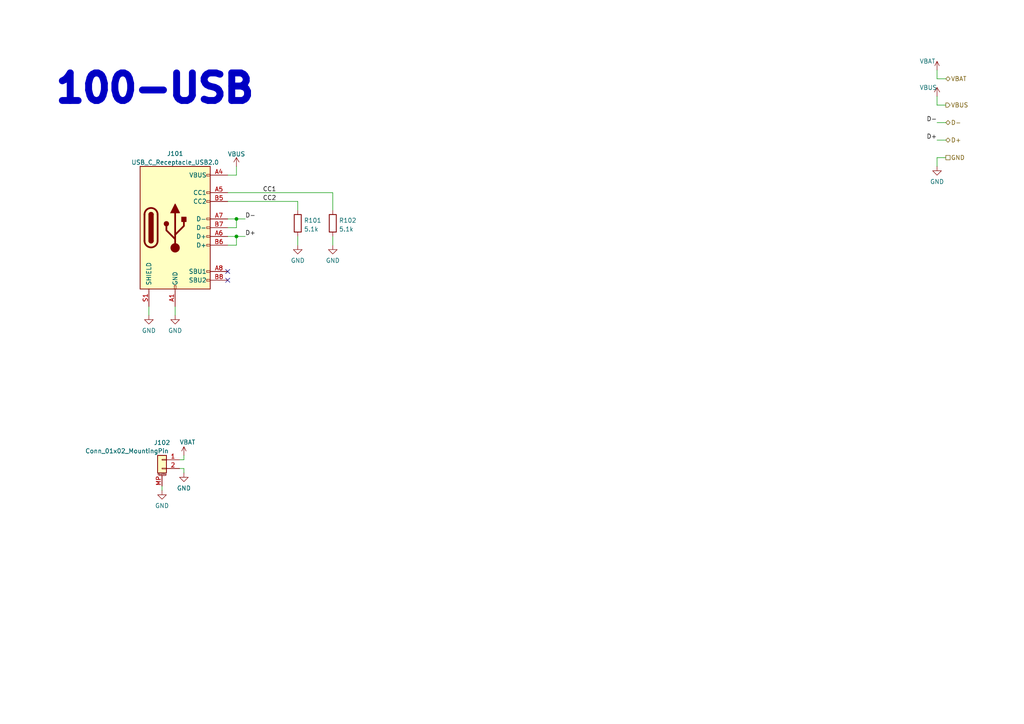
<source format=kicad_sch>
(kicad_sch (version 20211123) (generator eeschema)
  (paper "A4")
  (title_block (title "PMK_Keyboard") (date "2023-02-06") (rev "HW00") (company "PumaCorp") (comment 1 "Design by: NdG"))
  (lib_symbols
    (symbol "Component lib:R" (pin_numbers hide) (pin_names (offset 0))
      (property "Reference" "R" (at 2.032 -3.81 90))
      (property "Value" "R" (at 0 -3.81 90))
      (symbol "R_0_1"
        (rectangle (start -1.016 -6.35) (end 1.016 -1.27) (stroke (width 0.254)))
      )
      (symbol "R_1_1"
        (pin passive line (at 0 0 270) (length 1.27) (name "~") (number "1"))
        (pin passive line (at 0 -7.62 90) (length 1.27) (name "~") (number "2"))
      )
    )
    (symbol "Component_lib:VBAT" (power) (pin_numbers hide) (in_bom no) (on_board no)
      (property "Value" "VBAT" (at 0 3.81 0))
      (symbol "VBAT_0_0"
        (pin passive line (at 0 0 90) (length 2.54) hide (name "") (number ""))
      )
      (symbol "VBAT_0_1"
        (polyline (pts (xy 0 0) (xy 0 2.54) (xy 0.635 1.27) (xy 0 2.54) (xy -0.635 1.27)) (stroke (width 0.1524)))
      )
    )
    (symbol "Connector:USB_C_Receptacle_USB2.0" (pin_names (offset 1.016))
      (property "Reference" "J" (at -10.16 19.05 0))
      (property "Value" "USB_C_Receptacle_USB2.0" (at 19.05 19.05 0))
      (symbol "USB_C_Receptacle_USB2.0_0_0"
        (rectangle (start -0.254 -17.78) (end 0.254 -16.764))
        (rectangle (start 10.16 -14.986) (end 9.144 -15.494))
        (rectangle (start 10.16 -12.446) (end 9.144 -12.954))
        (rectangle (start 10.16 -4.826) (end 9.144 -5.334))
        (rectangle (start 10.16 -2.286) (end 9.144 -2.794))
        (rectangle (start 10.16 0.254) (end 9.144 -0.254))
        (rectangle (start 10.16 2.794) (end 9.144 2.286))
        (rectangle (start 10.16 7.874) (end 9.144 7.366))
        (rectangle (start 10.16 10.414) (end 9.144 9.906))
        (rectangle (start 10.16 15.494) (end 9.144 14.986))
      )
      (symbol "USB_C_Receptacle_USB2.0_0_1"
        (rectangle (start -10.16 17.78) (end 10.16 -17.78) (stroke (width 0.254)) (fill (type background)))
        (arc (start -8.89 -3.81) (mid -6.985 -5.715) (end -5.08 -3.81) (stroke (width 0.508)))
        (arc (start -7.62 -3.81) (mid -6.985 -4.445) (end -6.35 -3.81) (stroke (width 0.254)))
        (arc (start -7.62 -3.81) (mid -6.985 -4.445) (end -6.35 -3.81) (stroke (width 0.254)) (fill (type outline)))
        (rectangle (start -7.62 -3.81) (end -6.35 3.81) (stroke (width 0.254)) (fill (type outline)))
        (arc (start -6.35 3.81) (mid -6.985 4.445) (end -7.62 3.81) (stroke (width 0.254)))
        (arc (start -6.35 3.81) (mid -6.985 4.445) (end -7.62 3.81) (stroke (width 0.254)) (fill (type outline)))
        (arc (start -5.08 3.81) (mid -6.985 5.715) (end -8.89 3.81) (stroke (width 0.508)))
        (circle (center -2.54 1.143) (radius 0.635) (stroke (width 0.254)) (fill (type outline)))
        (circle (center 0 -5.842) (radius 1.27) (fill (type outline)))
        (polyline (pts (xy -8.89 -3.81) (xy -8.89 3.81)) (stroke (width 0.508)))
        (polyline (pts (xy -5.08 3.81) (xy -5.08 -3.81)) (stroke (width 0.508)))
        (polyline (pts (xy 0 -5.842) (xy 0 4.318)) (stroke (width 0.508)))
        (polyline (pts (xy 0 -3.302) (xy -2.54 -0.762) (xy -2.54 0.508)) (stroke (width 0.508)))
        (polyline (pts (xy 0 -2.032) (xy 2.54 0.508) (xy 2.54 1.778)) (stroke (width 0.508)))
        (polyline (pts (xy -1.27 4.318) (xy 0 6.858) (xy 1.27 4.318) (xy -1.27 4.318)) (stroke (width 0.254)) (fill (type outline)))
        (rectangle (start 1.905 1.778) (end 3.175 3.048) (stroke (width 0.254)) (fill (type outline)))
      )
      (symbol "USB_C_Receptacle_USB2.0_1_1"
        (pin passive line (at 0 -22.86 90) (length 5.08) (name "GND") (number "A1"))
        (pin passive line (at 0 -22.86 90) (length 5.08) hide (name "GND") (number "A12"))
        (pin passive line (at 15.24 15.24 180) (length 5.08) (name "VBUS") (number "A4"))
        (pin bidirectional line (at 15.24 10.16 180) (length 5.08) (name "CC1") (number "A5"))
        (pin bidirectional line (at 15.24 -2.54 180) (length 5.08) (name "D+") (number "A6"))
        (pin bidirectional line (at 15.24 2.54 180) (length 5.08) (name "D-") (number "A7"))
        (pin bidirectional line (at 15.24 -12.7 180) (length 5.08) (name "SBU1") (number "A8"))
        (pin passive line (at 15.24 15.24 180) (length 5.08) hide (name "VBUS") (number "A9"))
        (pin passive line (at 0 -22.86 90) (length 5.08) hide (name "GND") (number "B1"))
        (pin passive line (at 0 -22.86 90) (length 5.08) hide (name "GND") (number "B12"))
        (pin passive line (at 15.24 15.24 180) (length 5.08) hide (name "VBUS") (number "B4"))
        (pin bidirectional line (at 15.24 7.62 180) (length 5.08) (name "CC2") (number "B5"))
        (pin bidirectional line (at 15.24 -5.08 180) (length 5.08) (name "D+") (number "B6"))
        (pin bidirectional line (at 15.24 0 180) (length 5.08) (name "D-") (number "B7"))
        (pin bidirectional line (at 15.24 -15.24 180) (length 5.08) (name "SBU2") (number "B8"))
        (pin passive line (at 15.24 15.24 180) (length 5.08) hide (name "VBUS") (number "B9"))
        (pin passive line (at -7.62 -22.86 90) (length 5.08) (name "SHIELD") (number "S1"))
      )
    )
    (symbol "Connector_Generic_MountingPin:Conn_01x02_MountingPin" (pin_names (offset 1.016) hide)
      (property "Reference" "J" (at 0 2.54 0))
      (property "Value" "Conn_01x02_MountingPin" (at 1.27 -5.08 0))
      (symbol "Conn_01x02_MountingPin_1_1"
        (rectangle (start -1.27 -2.413) (end 0 -2.667) (stroke (width 0.1524)))
        (rectangle (start -1.27 0.127) (end 0 -0.127) (stroke (width 0.1524)))
        (rectangle (start -1.27 1.27) (end 1.27 -3.81) (stroke (width 0.254)) (fill (type background)))
        (polyline (pts (xy -1.016 -4.572) (xy 1.016 -4.572)) (stroke (width 0.1524)))
        (text "Mounting" (at 0 -4.191 0) (effects (font (size 0.381 0.381))))
        (pin passive line (at -5.08 0 0) (length 3.81) (name "Pin_1") (number "1"))
        (pin passive line (at -5.08 -2.54 0) (length 3.81) (name "Pin_2") (number "2"))
        (pin passive line (at 0 -7.62 90) (length 3.048) (name "MountPin") (number "MP"))
      )
    )
    (symbol "power:GND" (power) (pin_names (offset 0))
      (property "Value" "GND" (at 0 -3.81 0))
      (symbol "GND_0_1"
        (polyline (pts (xy 0 0) (xy 0 -1.27) (xy 1.27 -1.27) (xy 0 -2.54) (xy -1.27 -1.27) (xy 0 -1.27)))
      )
      (symbol "GND_1_1"
        (pin power_in line (at 0 0 270) (length 0) hide (name "GND") (number "1"))
      )
    )
    (symbol "power:VBUS" (power) (pin_names (offset 0))
      (property "Value" "VBUS" (at 0 3.81 0))
      (symbol "VBUS_0_1"
        (polyline (pts (xy -0.762 1.27) (xy 0 2.54)))
        (polyline (pts (xy 0 0) (xy 0 2.54)))
        (polyline (pts (xy 0 2.54) (xy 0.762 1.27)))
      )
      (symbol "VBUS_1_1"
        (pin power_in line (at 0 0 90) (length 0) hide (name "VBUS") (number "1"))
      )
    )
  )
  (junction (at 68.58 68.58))
  (junction (at 68.58 63.5))
  (no_connect (at 66.04 81.28))
  (no_connect (at 66.04 78.74))
  (wire (pts (xy 271.78 20.32) (xy 271.78 22.86)))
  (wire (pts (xy 66.04 58.42) (xy 86.36 58.42)))
  (wire (pts (xy 68.58 63.5) (xy 66.04 63.5)))
  (wire (pts (xy 68.58 63.5) (xy 71.12 63.5)))
  (wire (pts (xy 46.99 140.97) (xy 46.99 142.24)))
  (wire (pts (xy 271.78 27.94) (xy 271.78 30.48)))
  (wire (pts (xy 271.78 30.48) (xy 274.32 30.48)))
  (wire (pts (xy 52.07 133.35) (xy 53.34 133.35)))
  (wire (pts (xy 86.36 68.58) (xy 86.36 71.12)))
  (wire (pts (xy 271.78 48.26) (xy 271.78 45.72)))
  (wire (pts (xy 271.78 40.64) (xy 274.32 40.64)))
  (wire (pts (xy 53.34 135.89) (xy 53.34 137.16)))
  (wire (pts (xy 271.78 22.86) (xy 274.32 22.86)))
  (wire (pts (xy 96.52 55.88) (xy 96.52 60.96)))
  (wire (pts (xy 68.58 68.58) (xy 71.12 68.58)))
  (wire (pts (xy 66.04 68.58) (xy 68.58 68.58)))
  (wire (pts (xy 52.07 135.89) (xy 53.34 135.89)))
  (wire (pts (xy 66.04 55.88) (xy 96.52 55.88)))
  (wire (pts (xy 68.58 71.12) (xy 66.04 71.12)))
  (wire (pts (xy 53.34 133.35) (xy 53.34 132.08)))
  (wire (pts (xy 271.78 45.72) (xy 274.32 45.72)))
  (wire (pts (xy 43.18 88.9) (xy 43.18 91.44)))
  (wire (pts (xy 66.04 66.04) (xy 68.58 66.04)))
  (wire (pts (xy 68.58 68.58) (xy 68.58 71.12)))
  (wire (pts (xy 96.52 68.58) (xy 96.52 71.12)))
  (wire (pts (xy 68.58 66.04) (xy 68.58 63.5)))
  (wire (pts (xy 68.58 50.8) (xy 66.04 50.8)))
  (wire (pts (xy 86.36 60.96) (xy 86.36 58.42)))
  (wire (pts (xy 50.8 88.9) (xy 50.8 91.44)))
  (wire (pts (xy 271.78 35.56) (xy 274.32 35.56)))
  (wire (pts (xy 68.58 48.26) (xy 68.58 50.8)))
  (text "100-USB" (at 15.24 30.48 0) (effects (font (size 8 8) (thickness 3) bold) (justify left bottom)))
  (label "D-" (at 71.12 63.5 0))
  (label "D+" (at 71.12 68.58 0))
  (label "CC2" (at 76.2 58.42 0))
  (label "D+" (at 271.78 40.64 180))
  (label "D-" (at 271.78 35.56 180))
  (label "CC1" (at 76.2 55.88 0))
  (hierarchical_label "VBAT" (shape bidirectional) (at 274.32 22.86 0))
  (hierarchical_label "D+" (shape bidirectional) (at 274.32 40.64 0))
  (hierarchical_label "GND" (shape passive) (at 274.32 45.72 0))
  (hierarchical_label "VBUS" (shape output) (at 274.32 30.48 0))
  (hierarchical_label "D-" (shape bidirectional) (at 274.32 35.56 0))
  (symbol (lib_id "Component lib:R") (at 86.36 60.96 0) (unit 1)
    (property "Reference" "R101" (at 88.138 63.9353 0) (effects (justify left)))
    (property "Value" "5.1k" (at 88.138 66.4722 0) (effects (justify left)))
    (property "Footprint" "Resistor_SMD:R_0201_0603Metric" (effects hide))
  )
  (symbol (lib_id "power:GND") (at 43.18 91.44 0) (unit 1)
    (property "Reference" "#PWR0106" (effects hide))
    (property "Value" "GND" (at 43.18 95.8834 0))
  )
  (symbol (lib_id "power:GND") (at 86.36 71.12 0) (unit 1)
    (property "Reference" "#PWR0104" (effects hide))
    (property "Value" "GND" (at 86.36 75.5634 0))
  )
  (symbol (lib_id "Component_lib:VBAT") (at 271.78 20.32 0) (unit 1) (in_bom no) (on_board no)
    (property "Reference" "#VBAT0101" (effects hide))
    (property "Value" "VBAT" (at 266.7 17.78 0) (effects (justify left)))
  )
  (symbol (lib_id "power:VBUS") (at 271.78 27.94 0) (unit 1)
    (property "Reference" "#PWR0101" (effects hide))
    (property "Value" "VBUS" (at 269.24 25.4 0))
  )
  (symbol (lib_id "power:GND") (at 50.8 91.44 0) (unit 1)
    (property "Reference" "#PWR0107" (effects hide))
    (property "Value" "GND" (at 50.8 95.8834 0))
  )
  (symbol (lib_id "power:GND") (at 271.78 48.26 0) (unit 1)
    (property "Reference" "#PWR0118" (effects hide))
    (property "Value" "GND" (at 271.78 52.7034 0))
  )
  (symbol (lib_id "power:GND") (at 96.52 71.12 0) (unit 1)
    (property "Reference" "#PWR0105" (effects hide))
    (property "Value" "GND" (at 96.52 75.5634 0))
  )
  (symbol (lib_id "Component lib:R") (at 96.52 60.96 0) (unit 1)
    (property "Reference" "R102" (at 98.298 63.9353 0) (effects (justify left)))
    (property "Value" "5.1k" (at 98.298 66.4722 0) (effects (justify left)))
    (property "Footprint" "Resistor_SMD:R_0201_0603Metric" (effects hide))
  )
  (symbol (lib_id "power:GND") (at 46.99 142.24 0) (unit 1)
    (property "Reference" "#PWR0109" (effects hide))
    (property "Value" "GND" (at 46.99 146.6834 0))
  )
  (symbol (lib_id "Component_lib:VBAT") (at 53.34 132.08 0) (unit 1) (in_bom no) (on_board no)
    (property "Reference" "#VBAT0102" (effects hide))
    (property "Value" "VBAT" (at 52.07 128.27 0) (effects (justify left)))
  )
  (symbol (lib_id "power:GND") (at 53.34 137.16 0) (unit 1)
    (property "Reference" "#PWR0108" (effects hide))
    (property "Value" "GND" (at 53.34 141.6034 0))
  )
  (symbol (lib_id "power:VBUS") (at 68.58 48.26 0) (unit 1)
    (property "Reference" "#PWR0103" (effects hide))
    (property "Value" "VBUS" (at 68.58 44.6842 0))
  )
  (symbol (lib_id "Connector_Generic_MountingPin:Conn_01x02_MountingPin") (at 46.99 133.35 0) (mirror y) (unit 1)
    (property "Reference" "J102" (at 46.99 128.3802 0))
    (property "Value" "Conn_01x02_MountingPin" (at 36.83 130.81 0))
  )
  (symbol (lib_id "Connector:USB_C_Receptacle_USB2.0") (at 50.8 66.04 0) (unit 1)
    (property "Reference" "J101" (at 50.8 44.5602 0))
    (property "Value" "USB_C_Receptacle_USB2.0" (at 50.8 47.0971 0))
    (property "Footprint" "Connector_USB:USB_C_Plug_Molex_105444" (effects hide))
    (property "Datasheet" "https://www.usb.org/sites/default/files/documents/usb_type-c.zip" (effects hide))
  )
)
</source>
